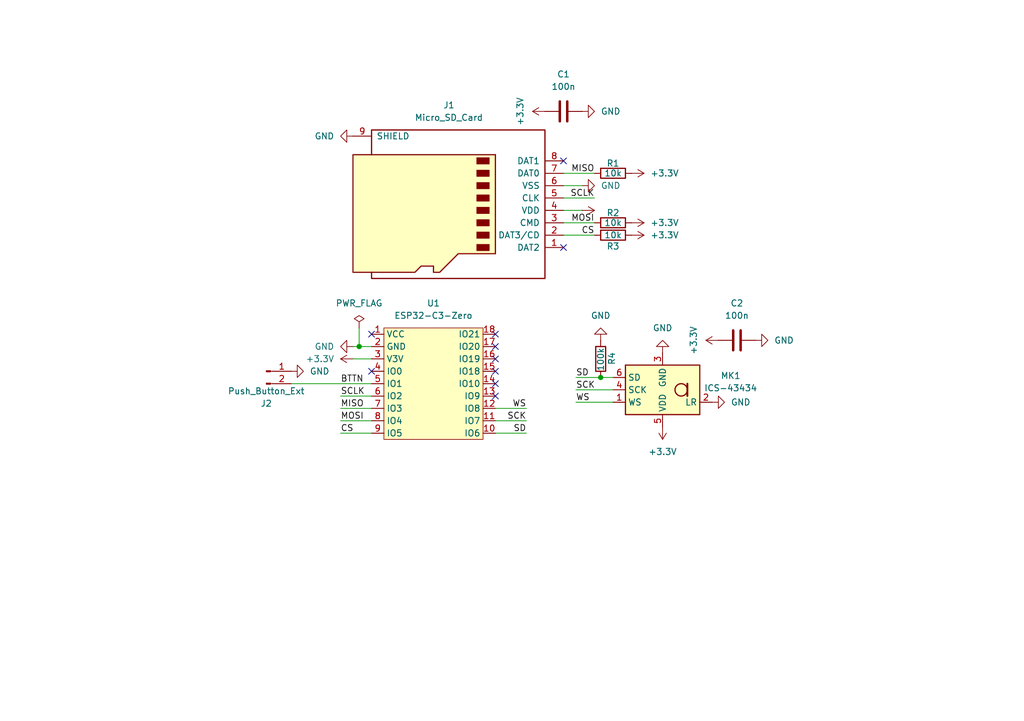
<source format=kicad_sch>
(kicad_sch (version 20250114) (generator "eeschema") (generator_version "9.0")
  (paper "A5")
  (title_block (title "TG Voice Recorder") (date "2025-12-11") (rev "1") (company "fxgn"))
  (lib_symbols
    (symbol "Connector:Conn_01x02_Pin" (pin_names (offset 1.016) (hide yes))
      (property "Reference" "J" (at 0 2.54 0))
      (property "Value" "Conn_01x02_Pin" (at 0 -5.08 0))
      (symbol "Conn_01x02_Pin_1_1"
        (rectangle (start 0.8636 0.127) (end 0 -0.127) (stroke (width 0.1524)) (fill (type outline)))
        (rectangle (start 0.8636 -2.413) (end 0 -2.667) (stroke (width 0.1524)) (fill (type outline)))
        (polyline (pts (xy 1.27 0) (xy 0.8636 0)) (stroke (width 0.1524)))
        (polyline (pts (xy 1.27 -2.54) (xy 0.8636 -2.54)) (stroke (width 0.1524)))
        (pin passive line (at 5.08 0 180) (length 3.81) (name "Pin_1") (number "1"))
        (pin passive line (at 5.08 -2.54 180) (length 3.81) (name "Pin_2") (number "2"))
      )
    )
    (symbol "Connector:Micro_SD_Card" (pin_names (offset 1.016))
      (property "Reference" "J" (at -16.51 15.24 0))
      (property "Value" "Micro_SD_Card" (at 16.51 15.24 0))
      (symbol "Micro_SD_Card_0_1"
        (polyline (pts (xy -8.89 -11.43) (xy -8.89 8.89) (xy -1.27 8.89) (xy 2.54 12.7) (xy 3.81 12.7) (xy 3.81 11.43) (xy 6.35 11.43) (xy 7.62 12.7) (xy 20.32 12.7) (xy 20.32 -11.43) (xy -8.89 -11.43)) (stroke (width 0.254)) (fill (type background)))
        (rectangle (start -7.62 8.255) (end -5.08 6.985) (fill (type outline)))
        (rectangle (start -7.62 5.715) (end -5.08 4.445) (fill (type outline)))
        (rectangle (start -7.62 3.175) (end -5.08 1.905) (fill (type outline)))
        (rectangle (start -7.62 0.635) (end -5.08 -0.635) (fill (type outline)))
        (rectangle (start -7.62 -1.905) (end -5.08 -3.175) (fill (type outline)))
        (rectangle (start -7.62 -4.445) (end -5.08 -5.715) (fill (type outline)))
        (rectangle (start -7.62 -6.985) (end -5.08 -8.255) (fill (type outline)))
        (rectangle (start -7.62 -9.525) (end -5.08 -10.795) (fill (type outline)))
        (polyline (pts (xy 16.51 12.7) (xy 16.51 13.97) (xy -19.05 13.97) (xy -19.05 -16.51) (xy 16.51 -16.51) (xy 16.51 -11.43)) (stroke (width 0.254)))
      )
      (symbol "Micro_SD_Card_1_1"
        (pin bidirectional line (at -22.86 7.62 0) (length 3.81) (name "DAT2") (number "1"))
        (pin bidirectional line (at -22.86 5.08 0) (length 3.81) (name "DAT3/CD") (number "2"))
        (pin input line (at -22.86 2.54 0) (length 3.81) (name "CMD") (number "3"))
        (pin power_in line (at -22.86 0 0) (length 3.81) (name "VDD") (number "4"))
        (pin input line (at -22.86 -2.54 0) (length 3.81) (name "CLK") (number "5"))
        (pin power_in line (at -22.86 -5.08 0) (length 3.81) (name "VSS") (number "6"))
        (pin bidirectional line (at -22.86 -7.62 0) (length 3.81) (name "DAT0") (number "7"))
        (pin bidirectional line (at -22.86 -10.16 0) (length 3.81) (name "DAT1") (number "8"))
        (pin passive line (at 20.32 -15.24 180) (length 3.81) (name "SHIELD") (number "9"))
      )
    )
    (symbol "Device:C" (pin_numbers (hide yes)) (pin_names (offset 0.254))
      (property "Reference" "C" (at 0.635 2.54 0))
      (property "Value" "C" (at 0.635 -2.54 0))
      (symbol "C_0_1"
        (polyline (pts (xy -2.032 0.762) (xy 2.032 0.762)) (stroke (width 0.508)))
        (polyline (pts (xy -2.032 -0.762) (xy 2.032 -0.762)) (stroke (width 0.508)))
      )
      (symbol "C_1_1"
        (pin passive line (at 0 3.81 270) (length 2.794) (name "~") (number "1"))
        (pin passive line (at 0 -3.81 90) (length 2.794) (name "~") (number "2"))
      )
    )
    (symbol "Device:R" (pin_numbers (hide yes)) (pin_names (offset 0))
      (property "Reference" "R" (at 2.032 0 90))
      (property "Value" "R" (at 0 0 90))
      (symbol "R_0_1"
        (rectangle (start -1.016 -2.54) (end 1.016 2.54) (stroke (width 0.254)))
      )
      (symbol "R_1_1"
        (pin passive line (at 0 3.81 270) (length 1.27) (name "~") (number "1"))
        (pin passive line (at 0 -3.81 90) (length 1.27) (name "~") (number "2"))
      )
    )
    (symbol "Sensor_Audio:ICS-43434"
      (property "Reference" "MK" (at -7.62 6.35 0))
      (property "Value" "ICS-43434" (at 1.27 6.35 0))
      (symbol "ICS-43434_1_1"
        (rectangle (start -7.62 5.08) (end 7.62 -5.08) (stroke (width 0.254)) (fill (type background)))
        (polyline (pts (xy -5.08 1.27) (xy -5.08 -1.27)) (stroke (width 0.381)))
        (circle (center -3.81 0) (radius 1.27) (stroke (width 0.254)))
        (pin input line (at -10.16 2.54 0) (length 2.54) (name "LR") (number "2"))
        (pin power_in line (at 0 7.62 270) (length 2.54) (name "VDD") (number "5"))
        (pin power_in line (at 0 -7.62 90) (length 2.54) (name "GND") (number "3"))
        (pin input line (at 10.16 2.54 180) (length 2.54) (name "WS") (number "1"))
        (pin input line (at 10.16 0 180) (length 2.54) (name "SCK") (number "4"))
        (pin output line (at 10.16 -2.54 180) (length 2.54) (name "SD") (number "6"))
      )
    )
    (symbol "Waveshare-ESP32:Waveshare-ESP32-C3-Zero"
      (property "Reference" "U" (at -9.652 12.446 0))
      (symbol "Waveshare-ESP32-C3-Zero_1_1"
        (rectangle (start -10.16 11.43) (end 10.16 -11.43) (fill (type background)))
        (pin power_in line (at -12.7 10.16 0) (length 2.54) (name "VCC") (number "1"))
        (pin power_in line (at -12.7 7.62 0) (length 2.54) (name "GND") (number "2"))
        (pin power_out line (at -12.7 5.08 0) (length 2.54) (name "V3V") (number "3"))
        (pin bidirectional line (at -12.7 2.54 0) (length 2.54) (name "IO0") (number "4"))
        (pin bidirectional line (at -12.7 0 0) (length 2.54) (name "IO1") (number "5"))
        (pin bidirectional line (at -12.7 -2.54 0) (length 2.54) (name "IO2") (number "6"))
        (pin bidirectional line (at -12.7 -5.08 0) (length 2.54) (name "IO3") (number "7"))
        (pin bidirectional line (at -12.7 -7.62 0) (length 2.54) (name "IO4") (number "8"))
        (pin bidirectional line (at -12.7 -10.16 0) (length 2.54) (name "IO5") (number "9"))
        (pin bidirectional line (at 12.7 10.16 180) (length 2.54) (name "IO21") (number "18"))
        (pin bidirectional line (at 12.7 7.62 180) (length 2.54) (name "IO20") (number "17"))
        (pin bidirectional line (at 12.7 5.08 180) (length 2.54) (name "IO19") (number "16"))
        (pin bidirectional line (at 12.7 2.54 180) (length 2.54) (name "IO18") (number "15"))
        (pin bidirectional line (at 12.7 0 180) (length 2.54) (name "IO10") (number "14"))
        (pin bidirectional line (at 12.7 -2.54 180) (length 2.54) (name "IO9") (number "13"))
        (pin bidirectional line (at 12.7 -5.08 180) (length 2.54) (name "IO8") (number "12"))
        (pin bidirectional line (at 12.7 -7.62 180) (length 2.54) (name "IO7") (number "11"))
        (pin bidirectional line (at 12.7 -10.16 180) (length 2.54) (name "IO6") (number "10"))
      )
    )
    (symbol "power:+3.3V" (power) (pin_numbers (hide yes)) (pin_names (offset 0) (hide yes))
      (property "Value" "+3.3V" (at 0 3.556 0))
      (symbol "+3.3V_0_1"
        (polyline (pts (xy -0.762 1.27) (xy 0 2.54)))
        (polyline (pts (xy 0 2.54) (xy 0.762 1.27)))
        (polyline (pts (xy 0 0) (xy 0 2.54)))
      )
      (symbol "+3.3V_1_1"
        (pin power_in line (at 0 0 90) (length 0) (name "~") (number "1"))
      )
    )
    (symbol "power:GND" (power) (pin_numbers (hide yes)) (pin_names (offset 0) (hide yes))
      (property "Value" "GND" (at 0 -3.81 0))
      (symbol "GND_0_1"
        (polyline (pts (xy 0 0) (xy 0 -1.27) (xy 1.27 -1.27) (xy 0 -2.54) (xy -1.27 -1.27) (xy 0 -1.27)))
      )
      (symbol "GND_1_1"
        (pin power_in line (at 0 0 270) (length 0) (name "~") (number "1"))
      )
    )
    (symbol "power:PWR_FLAG" (power) (pin_numbers (hide yes)) (pin_names (offset 0) (hide yes))
      (property "Value" "PWR_FLAG" (at 0 3.81 0))
      (symbol "PWR_FLAG_0_0"
        (pin power_out line (at 0 0 90) (length 0) (name "~") (number "1"))
      )
      (symbol "PWR_FLAG_0_1"
        (polyline (pts (xy 0 0) (xy 0 1.27) (xy -1.016 1.905) (xy 0 2.54) (xy 1.016 1.905) (xy 0 1.27)))
      )
    )
  )
  (junction (at 123.19 77.47))
  (junction (at 73.66 71.12))
  (no_connect (at 76.2 68.58))
  (no_connect (at 115.57 50.8))
  (no_connect (at 101.6 76.2))
  (no_connect (at 101.6 81.28))
  (no_connect (at 76.2 76.2))
  (no_connect (at 101.6 71.12))
  (no_connect (at 101.6 73.66))
  (no_connect (at 115.57 33.02))
  (no_connect (at 101.6 68.58))
  (no_connect (at 101.6 78.74))
  (wire (pts (xy 115.57 38.1) (xy 119.38 38.1)))
  (wire (pts (xy 73.66 71.12) (xy 76.2 71.12)))
  (wire (pts (xy 69.85 83.82) (xy 76.2 83.82)))
  (wire (pts (xy 115.57 40.64) (xy 121.92 40.64)))
  (wire (pts (xy 118.11 82.55) (xy 125.73 82.55)))
  (wire (pts (xy 119.38 43.18) (xy 115.57 43.18)))
  (wire (pts (xy 118.11 77.47) (xy 123.19 77.47)))
  (wire (pts (xy 115.57 35.56) (xy 121.92 35.56)))
  (wire (pts (xy 101.6 88.9) (xy 107.95 88.9)))
  (wire (pts (xy 59.69 78.74) (xy 76.2 78.74)))
  (wire (pts (xy 101.6 83.82) (xy 107.95 83.82)))
  (wire (pts (xy 115.57 45.72) (xy 121.92 45.72)))
  (wire (pts (xy 123.19 77.47) (xy 125.73 77.47)))
  (wire (pts (xy 69.85 88.9) (xy 76.2 88.9)))
  (wire (pts (xy 73.66 67.31) (xy 73.66 71.12)))
  (wire (pts (xy 69.85 86.36) (xy 76.2 86.36)))
  (wire (pts (xy 118.11 80.01) (xy 125.73 80.01)))
  (wire (pts (xy 101.6 86.36) (xy 107.95 86.36)))
  (wire (pts (xy 69.85 81.28) (xy 76.2 81.28)))
  (wire (pts (xy 72.39 73.66) (xy 76.2 73.66)))
  (wire (pts (xy 115.57 48.26) (xy 121.92 48.26)))
  (wire (pts (xy 72.39 71.12) (xy 73.66 71.12)))
  (label "WS" (at 107.95 83.82 180))
  (label "SCK" (at 107.95 86.36 180))
  (label "SD" (at 107.95 88.9 180))
  (label "BTTN" (at 69.85 78.74 0))
  (label "CS" (at 69.85 88.9 0))
  (label "MISO" (at 69.85 83.82 0))
  (label "MOSI" (at 69.85 86.36 0))
  (label "SCLK" (at 69.85 81.28 0))
  (label "MISO" (at 121.92 35.56 180))
  (label "MOSI" (at 121.92 45.72 180))
  (label "CS" (at 121.92 48.26 180))
  (label "SCLK" (at 121.92 40.64 180))
  (label "SD" (at 118.11 77.47 0))
  (label "SCK" (at 118.11 80.01 0))
  (label "WS" (at 118.11 82.55 0))
  (symbol (lib_id "power:GND") (at 123.19 69.85 180) (unit 1)
    (property "Reference" "#PWR017" (effects (hide yes)))
    (property "Value" "GND" (at 123.19 64.77 0))
    (property "Description" "Power symbol creates a global label with name \"GND\" , ground" (effects (hide yes)))
  )
  (symbol (lib_id "Device:R") (at 123.19 73.66 0) (unit 1)
    (property "Reference" "R4" (at 125.476 74.93 90) (effects (justify left)))
    (property "Value" "100k" (at 123.19 76.2 90) (effects (justify left)))
    (property "Footprint" "Resistor_SMD:R_0805_2012Metric_Pad1.20x1.40mm_HandSolder" (effects (hide yes)))
    (property "Description" "Resistor" (effects (hide yes)))
  )
  (symbol (lib_id "Sensor_Audio:ICS-43434") (at 135.89 80.01 180) (unit 1)
    (property "Reference" "MK1" (at 149.86 77.1046 0))
    (property "Value" "ICS-43434" (at 149.86 79.6446 0))
    (property "Footprint" "Sensor_Audio:InvenSense_ICS-43434-6_3.5x2.65mm" (effects (hide yes)))
    (property "Datasheet" "https://www.invensense.com/wp-content/uploads/2016/02/DS-000069-ICS-43434-v1.2.pdf" (effects (hide yes)))
    (property "Description" "TDK InvenSense MEMS Microphone, 24-bit I2S, 65 dBA SNR, LGA-6" (effects (hide yes)))
  )
  (symbol (lib_id "power:GND") (at 146.05 82.55 90) (unit 1)
    (property "Reference" "#PWR05" (effects (hide yes)))
    (property "Value" "GND" (at 149.86 82.5499 90) (effects (justify right)))
    (property "Description" "Power symbol creates a global label with name \"GND\" , ground" (effects (hide yes)))
  )
  (symbol (lib_id "power:+3.3V") (at 135.89 87.63 180) (unit 1)
    (property "Reference" "#PWR03" (effects (hide yes)))
    (property "Value" "+3.3V" (at 135.89 92.71 0))
    (property "Description" "Power symbol creates a global label with name \"+3.3V\"" (effects (hide yes)))
  )
  (symbol (lib_id "power:GND") (at 72.39 27.94 270) (unit 1)
    (property "Reference" "#PWR015" (effects (hide yes)))
    (property "Value" "GND" (at 68.58 27.9399 90) (effects (justify right)))
    (property "Description" "Power symbol creates a global label with name \"GND\" , ground" (effects (hide yes)))
  )
  (symbol (lib_id "Device:R") (at 125.73 48.26 90) (unit 1)
    (property "Reference" "R3" (at 125.73 50.546 90))
    (property "Value" "10k" (at 125.73 48.26 90))
    (property "Footprint" "Resistor_SMD:R_0805_2012Metric_Pad1.20x1.40mm_HandSolder" (effects (hide yes)))
    (property "Description" "Resistor" (effects (hide yes)))
  )
  (symbol (lib_id "power:GND") (at 119.38 22.86 90) (unit 1)
    (property "Reference" "#PWR09" (effects (hide yes)))
    (property "Value" "GND" (at 123.19 22.8599 90) (effects (justify right)))
    (property "Description" "Power symbol creates a global label with name \"GND\" , ground" (effects (hide yes)))
  )
  (symbol (lib_id "Device:R") (at 125.73 45.72 90) (unit 1)
    (property "Reference" "R2" (at 125.73 43.688 90))
    (property "Value" "10k" (at 125.73 45.72 90))
    (property "Footprint" "Resistor_SMD:R_0805_2012Metric_Pad1.20x1.40mm_HandSolder" (effects (hide yes)))
    (property "Description" "Resistor" (effects (hide yes)))
  )
  (symbol (lib_id "Device:C") (at 115.57 22.86 90) (unit 1)
    (property "Reference" "C1" (at 115.57 15.24 90))
    (property "Value" "100n" (at 115.57 17.78 90))
    (property "Footprint" "Capacitor_SMD:C_0603_1608Metric_Pad1.08x0.95mm_HandSolder" (effects (hide yes)))
    (property "Description" "Unpolarized capacitor" (effects (hide yes)))
  )
  (symbol (lib_id "power:GND") (at 119.38 38.1 90) (unit 1)
    (property "Reference" "#PWR01" (effects (hide yes)))
    (property "Value" "GND" (at 123.19 38.0999 90) (effects (justify right)))
    (property "Description" "Power symbol creates a global label with name \"GND\" , ground" (effects (hide yes)))
  )
  (symbol (lib_id "power:GND") (at 72.39 71.12 270) (unit 1)
    (property "Reference" "#PWR06" (effects (hide yes)))
    (property "Value" "GND" (at 68.58 71.1199 90) (effects (justify right)))
    (property "Description" "Power symbol creates a global label with name \"GND\" , ground" (effects (hide yes)))
  )
  (symbol (lib_id "power:+3.3V") (at 119.38 43.18 270) (unit 1)
    (property "Reference" "#PWR02" (effects (hide yes)))
    (property "Value" "+3.3V" (effects (hide yes)))
    (property "Description" "Power symbol creates a global label with name \"+3.3V\"" (effects (hide yes)))
  )
  (symbol (lib_id "power:+3.3V") (at 111.76 22.86 90) (unit 1)
    (property "Reference" "#PWR08" (effects (hide yes)))
    (property "Value" "+3.3V" (at 106.68 22.86 0))
    (property "Description" "Power symbol creates a global label with name \"+3.3V\"" (effects (hide yes)))
  )
  (symbol (lib_id "Device:C") (at 151.13 69.85 90) (unit 1)
    (property "Reference" "C2" (at 151.13 62.23 90))
    (property "Value" "100n" (at 151.13 64.77 90))
    (property "Footprint" "Capacitor_SMD:C_0603_1608Metric_Pad1.08x0.95mm_HandSolder" (effects (hide yes)))
    (property "Description" "Unpolarized capacitor" (effects (hide yes)))
  )
  (symbol (lib_id "power:GND") (at 135.89 72.39 180) (unit 1)
    (property "Reference" "#PWR04" (effects (hide yes)))
    (property "Value" "GND" (at 135.89 67.31 0))
    (property "Description" "Power symbol creates a global label with name \"GND\" , ground" (effects (hide yes)))
  )
  (symbol (lib_id "power:GND") (at 154.94 69.85 90) (unit 1)
    (property "Reference" "#PWR014" (effects (hide yes)))
    (property "Value" "GND" (at 158.75 69.8499 90) (effects (justify right)))
    (property "Description" "Power symbol creates a global label with name \"GND\" , ground" (effects (hide yes)))
  )
  (symbol (lib_id "power:PWR_FLAG") (at 73.66 67.31 0) (unit 1)
    (property "Reference" "#FLG01" (effects (hide yes)))
    (property "Value" "PWR_FLAG" (at 73.66 62.23 0))
    (property "Description" "Special symbol for telling ERC where power comes from" (effects (hide yes)))
  )
  (symbol (lib_id "power:+3.3V") (at 129.54 45.72 270) (unit 1)
    (property "Reference" "#PWR011" (effects (hide yes)))
    (property "Value" "+3.3V" (at 133.35 45.7199 90) (effects (justify left)))
    (property "Description" "Power symbol creates a global label with name \"+3.3V\"" (effects (hide yes)))
  )
  (symbol (lib_id "Connector:Micro_SD_Card") (at 92.71 43.18 180) (unit 1)
    (property "Reference" "J1" (at 92.075 21.59 0))
    (property "Value" "Micro_SD_Card" (at 92.075 24.13 0))
    (property "Footprint" "Connector_Card:microSD_HC_Molex_47219-2001" (effects (hide yes)))
    (property "Datasheet" "https://www.we-online.com/components/products/datasheet/693072010801.pdf" (effects (hide yes)))
    (property "Description" "Micro SD Card Socket" (effects (hide yes)))
  )
  (symbol (lib_id "Connector:Conn_01x02_Pin") (at 54.61 76.2 0) (unit 1)
    (property "Reference" "J2" (at 54.61 82.804 0))
    (property "Value" "Push_Button_Ext" (at 54.61 80.264 0))
    (property "Footprint" "Connector_Wire:SolderWire-0.5sqmm_1x02_P4.8mm_D0.9mm_OD2.3mm" (effects (hide yes)))
    (property "Description" "Generic connector, single row, 01x02, script generated" (effects (hide yes)))
  )
  (symbol (lib_id "power:+3.3V") (at 129.54 35.56 270) (unit 1)
    (property "Reference" "#PWR010" (effects (hide yes)))
    (property "Value" "+3.3V" (at 133.35 35.5599 90) (effects (justify left)))
    (property "Description" "Power symbol creates a global label with name \"+3.3V\"" (effects (hide yes)))
  )
  (symbol (lib_id "power:+3.3V") (at 147.32 69.85 90) (unit 1)
    (property "Reference" "#PWR013" (effects (hide yes)))
    (property "Value" "+3.3V" (at 142.24 69.85 0))
    (property "Description" "Power symbol creates a global label with name \"+3.3V\"" (effects (hide yes)))
  )
  (symbol (lib_id "power:GND") (at 59.69 76.2 90) (unit 1)
    (property "Reference" "#PWR016" (effects (hide yes)))
    (property "Value" "GND" (at 63.5 76.1999 90) (effects (justify right)))
    (property "Description" "Power symbol creates a global label with name \"GND\" , ground" (effects (hide yes)))
  )
  (symbol (lib_id "Device:R") (at 125.73 35.56 90) (unit 1)
    (property "Reference" "R1" (at 125.73 33.528 90))
    (property "Value" "10k" (at 125.73 35.56 90))
    (property "Footprint" "Resistor_SMD:R_0805_2012Metric_Pad1.20x1.40mm_HandSolder" (effects (hide yes)))
    (property "Description" "Resistor" (effects (hide yes)))
  )
  (symbol (lib_id "power:+3.3V") (at 129.54 48.26 270) (unit 1)
    (property "Reference" "#PWR012" (effects (hide yes)))
    (property "Value" "+3.3V" (at 133.35 48.2599 90) (effects (justify left)))
    (property "Description" "Power symbol creates a global label with name \"+3.3V\"" (effects (hide yes)))
  )
  (symbol (lib_id "power:+3.3V") (at 72.39 73.66 90) (unit 1)
    (property "Reference" "#PWR07" (effects (hide yes)))
    (property "Value" "+3.3V" (at 68.58 73.6599 90) (effects (justify left)))
    (property "Description" "Power symbol creates a global label with name \"+3.3V\"" (effects (hide yes)))
  )
  (symbol (lib_id "Waveshare-ESP32:Waveshare-ESP32-C3-Zero") (at 88.9 78.74 0) (unit 1)
    (property "Reference" "U1" (at 88.9 62.23 0))
    (property "Value" "ESP32-C3-Zero" (at 88.9 64.77 0))
    (property "Footprint" "Waveshare-ESP32:Waveshare-ESP32-C3-Zero" (effects (hide yes)))
    (property "Datasheet" "https://www.waveshare.com/wiki/ESP32-C3-Zero" (effects (hide yes)))
  )
)
</source>
